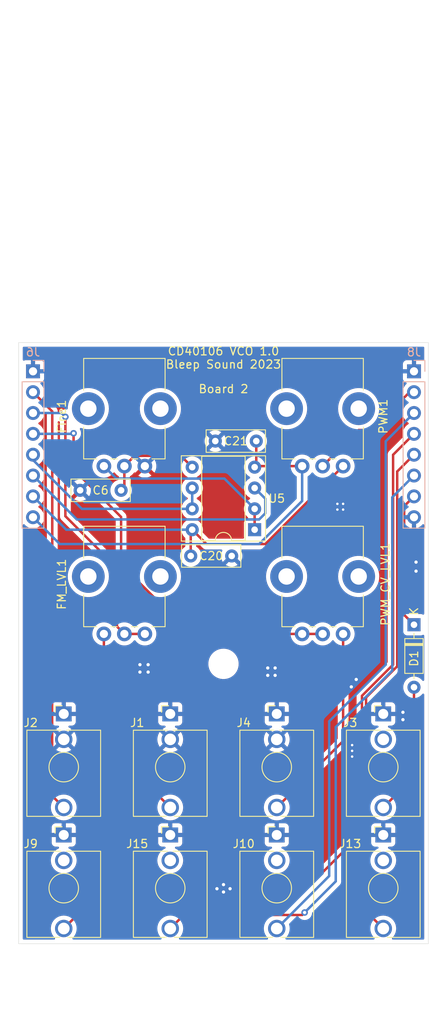
<source format=kicad_pcb>
(kicad_pcb (version 20221018) (generator pcbnew)
  (layers (0 "F.Cu" signal) (31 "B.Cu" signal) (34 "B.Paste" user) (35 "F.Paste" user) (36 "B.SilkS" user "B.Silkscreen") (37 "F.SilkS" user "F.Silkscreen") (38 "B.Mask" user) (39 "F.Mask" user) (44 "Edge.Cuts" user))
  (net 0 "")
  (net 1 "GND")
  (net 2 "+12V")
  (net 3 "-12V")
  (net 4 "/Sine out")
  (net 5 "Net-(D1-A)")
  (net 6 "Net-(U5B-+)")
  (net 7 "/Tri out")
  (net 8 "Net-(FM_LVL1-Pad1)")
  (net 9 "/Fm")
  (net 10 "/1V{slash}oct")
  (net 11 "/Fine")
  (net 12 "/PWM CV")
  (net 14 "/Saw out")
  (net 15 "/Square out")
  (net 16 "/PWM")
  (net 19 "Net-(J4-PadT)")
  (net 21 "/Fine_oct_in")
  (net 23 "Net-(U5A--)")
  (net 24 "/Sync")
  (footprint "Kicad-perso:Thonkiconn" (layer "F.Cu") (at 127.5 133.25)
    (fp_text reference "J15" (at -4.03 1.08 180) (layer "F.SilkS"))
    (fp_text value "Tri")
    (fp_line (start -4.5 1.98) (end -4.5 12.48) (stroke (width 0.12)) (layer "F.SilkS"))
    (fp_line (start -1.06 -1) (end -1.06 -0.2) (stroke (width 0.12)) (layer "F.SilkS"))
    (fp_line (start -1.06 -1) (end -0.2 -1) (stroke (width 0.12)) (layer "F.SilkS"))
    (fp_line (start -0.5 12.48) (end -4.5 12.48) (stroke (width 0.12)) (layer "F.SilkS"))
    (fp_line (start -0.35 1.98) (end -4.5 1.98) (stroke (width 0.12)) (layer "F.SilkS"))
    (fp_line (start 4.5 1.98) (end 0.35 1.98) (stroke (width 0.12)) (layer "F.SilkS"))
    (fp_line (start 4.5 1.98) (end 4.5 12.48) (stroke (width 0.12)) (layer "F.SilkS"))
    (fp_line (start 4.5 12.48) (end 0.5 12.48) (stroke (width 0.12)) (layer "F.SilkS"))
    (fp_circle (center 0 6.48) (end 1.8 6.48) (stroke (width 0.12)) (fill none) (layer "F.SilkS"))
    (pad "S" thru_hole rect locked (at 0 0 180) (size 1.93 1.83) (drill 1.22) (layers "*.Cu" "*.Mask") (net 1 "GND"))
    (pad "T" thru_hole circle locked (at 0 11.4 180) (size 2.13 2.13) (drill 1.43) (layers "*.Cu" "*.Mask") (net 7 "/Tri out"))
    (pad "TN" thru_hole circle locked (at 0 3.1 180) (size 2.13 2.13) (drill 1.42) (layers "*.Cu" "*.Mask"))
  )
  (footprint "Kicad-perso:Pot-bourns-alpha" (layer "F.Cu") (at 148.6 108.75 90)
    (fp_text reference "PWM_CV_LVL1" (at 6.05 5.15 90) (layer "F.SilkS"))
    (fp_text value "250k")
    (fp_line (start 0.88 -7.47) (end 0.88 -5.871) (stroke (width 0.12)) (layer "F.SilkS"))
    (fp_line (start 0.88 -7.47) (end 4.745 -7.47) (stroke (width 0.12)) (layer "F.SilkS"))
    (fp_line (start 0.88 -4.129) (end 0.88 -3.37) (stroke (width 0.12)) (layer "F.SilkS"))
    (fp_line (start 0.88 -1.629) (end 0.88 -0.87) (stroke (width 0.12)) (layer "F.SilkS"))
    (fp_line (start 0.88 0.87) (end 0.88 2.47) (stroke (width 0.12)) (layer "F.SilkS"))
    (fp_line (start 0.88 2.47) (end 4.745 2.47) (stroke (width 0.12)) (layer "F.SilkS"))
    (fp_line (start 9.255 -7.47) (end 13.12 -7.47) (stroke (width 0.12)) (layer "F.SilkS"))
    (fp_line (start 9.255 2.47) (end 13.12 2.47) (stroke (width 0.12)) (layer "F.SilkS"))
    (fp_line (start 13.12 -7.47) (end 13.12 2.47) (stroke (width 0.12)) (layer "F.SilkS"))
    (pad "" np_thru_hole circle locked (at 7 -6.9 90) (size 4 4) (drill 2) (layers "F&B.Cu" "*.Mask"))
    (pad "" np_thru_hole circle locked (at 7 1.9 90) (size 4 4) (drill 2) (layers "*.Cu" "*.Mask"))
    (pad "1" thru_hole circle locked (at 0 -5 90) (size 1.8 1.8) (drill 1) (layers "*.Cu" "*.Mask") (net 12 "/PWM CV"))
    (pad "2" thru_hole circle locked (at 0 -2.5 90) (size 1.8 1.8) (drill 1) (layers "*.Cu" "*.Mask") (net 12 "/PWM CV"))
    (pad "3" thru_hole circle locked (at 0 0 90) (size 1.8 1.8) (drill 1) (layers "*.Cu" "*.Mask") (net 19 "Net-(J4-PadT)"))
  )
  (footprint "MountingHole:MountingHole_3.2mm_M3" (layer "F.Cu") (at 134 112.4)
    (fp_text reference "H1" hide)
    (fp_text value "SpacerHoles")
    (pad "" np_thru_hole circle locked (at 0 0) (size 3.2 3.2) (drill 3.2) (layers "*.Cu" "*.Mask"))
  )
  (footprint "Capacitor_THT:C_Disc_D7.0mm_W2.5mm_P5.00mm" (layer "F.Cu") (at 116.5 91.25)
    (fp_text reference "C6" (at 2.5 0) (layer "F.SilkS"))
    (fp_text value "1nF")
    (fp_line (start -1.12 -1.37) (end -1.12 1.37) (stroke (width 0.12)) (layer "F.SilkS"))
    (fp_line (start -1.12 -1.37) (end 6.12 -1.37) (stroke (width 0.12)) (layer "F.SilkS"))
    (fp_line (start -1.12 1.37) (end 6.12 1.37) (stroke (width 0.12)) (layer "F.SilkS"))
    (fp_line (start 6.12 -1.37) (end 6.12 1.37) (stroke (width 0.12)) (layer "F.SilkS"))
    (pad "1" thru_hole circle (at 0 0) (size 1.6 1.6) (drill 0.8) (layers "*.Cu" "*.Mask") (net 1 "GND"))
    (pad "2" thru_hole circle (at 5 0) (size 1.6 1.6) (drill 0.8) (layers "*.Cu" "*.Mask") (net 6 "Net-(U5B-+)"))
  )
  (footprint "Kicad-perso:Pot-bourns-alpha" (layer "F.Cu") (at 148.6 88.3 90)
    (fp_text reference "PWM1" (at 6.05 4.9 90) (layer "F.SilkS"))
    (fp_text value "100k")
    (fp_line (start 0.88 -7.47) (end 0.88 -5.871) (stroke (width 0.12)) (layer "F.SilkS"))
    (fp_line (start 0.88 -7.47) (end 4.745 -7.47) (stroke (width 0.12)) (layer "F.SilkS"))
    (fp_line (start 0.88 -4.129) (end 0.88 -3.37) (stroke (width 0.12)) (layer "F.SilkS"))
    (fp_line (start 0.88 -1.629) (end 0.88 -0.87) (stroke (width 0.12)) (layer "F.SilkS"))
    (fp_line (start 0.88 0.87) (end 0.88 2.47) (stroke (width 0.12)) (layer "F.SilkS"))
    (fp_line (start 0.88 2.47) (end 4.745 2.47) (stroke (width 0.12)) (layer "F.SilkS"))
    (fp_line (start 9.255 -7.47) (end 13.12 -7.47) (stroke (width 0.12)) (layer "F.SilkS"))
    (fp_line (start 9.255 2.47) (end 13.12 2.47) (stroke (width 0.12)) (layer "F.SilkS"))
    (fp_line (start 13.12 -7.47) (end 13.12 2.47) (stroke (width 0.12)) (layer "F.SilkS"))
    (pad "" np_thru_hole circle locked (at 7 -6.9 90) (size 4 4) (drill 2) (layers "F&B.Cu" "*.Mask"))
    (pad "" np_thru_hole circle locked (at 7 1.9 90) (size 4 4) (drill 2) (layers "*.Cu" "*.Mask"))
    (pad "1" thru_hole circle locked (at 0 -5 90) (size 1.8 1.8) (drill 1) (layers "*.Cu" "*.Mask") (net 3 "-12V"))
    (pad "2" thru_hole circle locked (at 0 -2.5 90) (size 1.8 1.8) (drill 1) (layers "*.Cu" "*.Mask") (net 16 "/PWM"))
    (pad "3" thru_hole circle locked (at 0 0 90) (size 1.8 1.8) (drill 1) (layers "*.Cu" "*.Mask") (net 2 "+12V"))
  )
  (footprint "Kicad-perso:Thonkiconn" (layer "F.Cu") (at 153.5 133.25)
    (fp_text reference "J13" (at -4.03 1.08 180) (layer "F.SilkS"))
    (fp_text value "Sine")
    (fp_line (start -4.5 1.98) (end -4.5 12.48) (stroke (width 0.12)) (layer "F.SilkS"))
    (fp_line (start -1.06 -1) (end -1.06 -0.2) (stroke (width 0.12)) (layer "F.SilkS"))
    (fp_line (start -1.06 -1) (end -0.2 -1) (stroke (width 0.12)) (layer "F.SilkS"))
    (fp_line (start -0.5 12.48) (end -4.5 12.48) (stroke (width 0.12)) (layer "F.SilkS"))
    (fp_line (start -0.35 1.98) (end -4.5 1.98) (stroke (width 0.12)) (layer "F.SilkS"))
    (fp_line (start 4.5 1.98) (end 0.35 1.98) (stroke (width 0.12)) (layer "F.SilkS"))
    (fp_line (start 4.5 1.98) (end 4.5 12.48) (stroke (width 0.12)) (layer "F.SilkS"))
    (fp_line (start 4.5 12.48) (end 0.5 12.48) (stroke (width 0.12)) (layer "F.SilkS"))
    (fp_circle (center 0 6.48) (end 1.8 6.48) (stroke (width 0.12)) (fill none) (layer "F.SilkS"))
    (pad "S" thru_hole rect locked (at 0 0 180) (size 1.93 1.83) (drill 1.22) (layers "*.Cu" "*.Mask") (net 1 "GND"))
    (pad "T" thru_hole circle locked (at 0 11.4 180) (size 2.13 2.13) (drill 1.43) (layers "*.Cu" "*.Mask") (net 4 "/Sine out"))
    (pad "TN" thru_hole circle locked (at 0 3.1 180) (size 2.13 2.13) (drill 1.42) (layers "*.Cu" "*.Mask"))
  )
  (footprint "Capacitor_THT:C_Disc_D7.0mm_W2.5mm_P5.00mm" (layer "F.Cu") (at 130 99.25)
    (fp_text reference "C20" (at 2.5 0) (layer "F.SilkS"))
    (fp_text value "100nF")
    (fp_line (start -1.12 -1.37) (end -1.12 1.37) (stroke (width 0.12)) (layer "F.SilkS"))
    (fp_line (start -1.12 -1.37) (end 6.12 -1.37) (stroke (width 0.12)) (layer "F.SilkS"))
    (fp_line (start -1.12 1.37) (end 6.12 1.37) (stroke (width 0.12)) (layer "F.SilkS"))
    (fp_line (start 6.12 -1.37) (end 6.12 1.37) (stroke (width 0.12)) (layer "F.SilkS"))
    (pad "1" thru_hole circle (at 0 0) (size 1.6 1.6) (drill 0.8) (layers "*.Cu" "*.Mask") (net 2 "+12V"))
    (pad "2" thru_hole circle (at 5 0) (size 1.6 1.6) (drill 0.8) (layers "*.Cu" "*.Mask") (net 1 "GND"))
  )
  (footprint "Capacitor_THT:C_Disc_D7.0mm_W2.5mm_P5.00mm" (layer "F.Cu") (at 133 85.25)
    (fp_text reference "C21" (at 2.5 0) (layer "F.SilkS"))
    (fp_text value "100nF")
    (fp_line (start -1.12 -1.37) (end -1.12 1.37) (stroke (width 0.12)) (layer "F.SilkS"))
    (fp_line (start -1.12 -1.37) (end 6.12 -1.37) (stroke (width 0.12)) (layer "F.SilkS"))
    (fp_line (start -1.12 1.37) (end 6.12 1.37) (stroke (width 0.12)) (layer "F.SilkS"))
    (fp_line (start 6.12 -1.37) (end 6.12 1.37) (stroke (width 0.12)) (layer "F.SilkS"))
    (pad "1" thru_hole circle (at 0 0) (size 1.6 1.6) (drill 0.8) (layers "*.Cu" "*.Mask") (net 1 "GND"))
    (pad "2" thru_hole circle (at 5 0) (size 1.6 1.6) (drill 0.8) (layers "*.Cu" "*.Mask") (net 3 "-12V"))
  )
  (footprint "Kicad-perso:Pot-bourns-alpha" (layer "F.Cu") (at 124.4 88.3 90)
    (fp_text reference "Fine1" (at 6.05 -10.15 90) (layer "F.SilkS"))
    (fp_text value "10k")
    (fp_line (start 0.88 -7.47) (end 0.88 -5.871) (stroke (width 0.12)) (layer "F.SilkS"))
    (fp_line (start 0.88 -7.47) (end 4.745 -7.47) (stroke (width 0.12)) (layer "F.SilkS"))
    (fp_line (start 0.88 -4.129) (end 0.88 -3.37) (stroke (width 0.12)) (layer "F.SilkS"))
    (fp_line (start 0.88 -1.629) (end 0.88 -0.87) (stroke (width 0.12)) (layer "F.SilkS"))
    (fp_line (start 0.88 0.87) (end 0.88 2.47) (stroke (width 0.12)) (layer "F.SilkS"))
    (fp_line (start 0.88 2.47) (end 4.745 2.47) (stroke (width 0.12)) (layer "F.SilkS"))
    (fp_line (start 9.255 -7.47) (end 13.12 -7.47) (stroke (width 0.12)) (layer "F.SilkS"))
    (fp_line (start 9.255 2.47) (end 13.12 2.47) (stroke (width 0.12)) (layer "F.SilkS"))
    (fp_line (start 13.12 -7.47) (end 13.12 2.47) (stroke (width 0.12)) (layer "F.SilkS"))
    (pad "" np_thru_hole circle locked (at 7 -6.9 90) (size 4 4) (drill 2) (layers "F&B.Cu" "*.Mask"))
    (pad "" np_thru_hole circle locked (at 7 1.9 90) (size 4 4) (drill 2) (layers "*.Cu" "*.Mask"))
    (pad "1" thru_hole circle locked (at 0 -5 90) (size 1.8 1.8) (drill 1) (layers "*.Cu" "*.Mask") (net 23 "Net-(U5A--)"))
    (pad "2" thru_hole circle locked (at 0 -2.5 90) (size 1.8 1.8) (drill 1) (layers "*.Cu" "*.Mask") (net 6 "Net-(U5B-+)"))
    (pad "3" thru_hole circle locked (at 0 0 90) (size 1.8 1.8) (drill 1) (layers "*.Cu" "*.Mask") (net 1 "GND"))
  )
  (footprint "Package_DIP:DIP-8_W7.62mm_Socket" (layer "F.Cu") (at 137.8 96.05 180)
    (fp_text reference "U5" (at -2.7 3.8) (layer "F.SilkS"))
    (fp_text value "TL072")
    (fp_line (start -1.33 -1.39) (end -1.33 9.01) (stroke (width 0.12)) (layer "F.SilkS"))
    (fp_line (start -1.33 9.01) (end 8.95 9.01) (stroke (width 0.12)) (layer "F.SilkS"))
    (fp_line (start 1.16 -1.33) (end 1.16 8.95) (stroke (width 0.12)) (layer "F.SilkS"))
    (fp_line (start 1.16 8.95) (end 6.46 8.95) (stroke (width 0.12)) (layer "F.SilkS"))
    (fp_line (start 2.81 -1.33) (end 1.16 -1.33) (stroke (width 0.12)) (layer "F.SilkS"))
    (fp_line (start 6.46 -1.33) (end 4.81 -1.33) (stroke (width 0.12)) (layer "F.SilkS"))
    (fp_line (start 6.46 8.95) (end 6.46 -1.33) (stroke (width 0.12)) (layer "F.SilkS"))
    (fp_line (start 8.95 -1.39) (end -1.33 -1.39) (stroke (width 0.12)) (layer "F.SilkS"))
    (fp_line (start 8.95 9.01) (end 8.95 -1.39) (stroke (width 0.12)) (layer "F.SilkS"))
    (fp_arc (start 4.81 -1.33) (mid 3.81 -0.33) (end 2.81 -1.33) (stroke (width 0.12)) (layer "F.SilkS"))
    (pad "1" thru_hole rect (at 0 0 180) (size 1.6 1.6) (drill 0.8) (layers "*.Cu" "*.Mask") (net 23 "Net-(U5A--)"))
    (pad "2" thru_hole oval (at 0 2.54 180) (size 1.6 1.6) (drill 0.8) (layers "*.Cu" "*.Mask") (net 23 "Net-(U5A--)"))
    (pad "3" thru_hole oval (at 0 5.08 180) (size 1.6 1.6) (drill 0.8) (layers "*.Cu" "*.Mask") (net 21 "/Fine_oct_in"))
    (pad "4" thru_hole oval (at 0 7.62 180) (size 1.6 1.6) (drill 0.8) (layers "*.Cu" "*.Mask") (net 3 "-12V"))
    (pad "5" thru_hole oval (at 7.62 7.62 180) (size 1.6 1.6) (drill 0.8) (layers "*.Cu" "*.Mask") (net 6 "Net-(U5B-+)"))
    (pad "6" thru_hole oval (at 7.62 5.08 180) (size 1.6 1.6) (drill 0.8) (layers "*.Cu" "*.Mask") (net 11 "/Fine"))
    (pad "7" thru_hole oval (at 7.62 2.54 180) (size 1.6 1.6) (drill 0.8) (layers "*.Cu" "*.Mask") (net 11 "/Fine"))
    (pad "8" thru_hole oval (at 7.62 0 180) (size 1.6 1.6) (drill 0.8) (layers "*.Cu" "*.Mask") (net 2 "+12V"))
  )
  (footprint "Kicad-perso:Pot-bourns-alpha" (layer "F.Cu") (at 124.4 108.75 90)
    (fp_text reference "FM_LVL1" (at 6.05 -10.15 90) (layer "F.SilkS"))
    (fp_text value "1M")
    (fp_line (start 0.88 -7.47) (end 0.88 -5.871) (stroke (width 0.12)) (layer "F.SilkS"))
    (fp_line (start 0.88 -7.47) (end 4.745 -7.47) (stroke (width 0.12)) (layer "F.SilkS"))
    (fp_line (start 0.88 -4.129) (end 0.88 -3.37) (stroke (width 0.12)) (layer "F.SilkS"))
    (fp_line (start 0.88 -1.629) (end 0.88 -0.87) (stroke (width 0.12)) (layer "F.SilkS"))
    (fp_line (start 0.88 0.87) (end 0.88 2.47) (stroke (width 0.12)) (layer "F.SilkS"))
    (fp_line (start 0.88 2.47) (end 4.745 2.47) (stroke (width 0.12)) (layer "F.SilkS"))
    (fp_line (start 9.255 -7.47) (end 13.12 -7.47) (stroke (width 0.12)) (layer "F.SilkS"))
    (fp_line (start 9.255 2.47) (end 13.12 2.47) (stroke (width 0.12)) (layer "F.SilkS"))
    (fp_line (start 13.12 -7.47) (end 13.12 2.47) (stroke (width 0.12)) (layer "F.SilkS"))
    (pad "" np_thru_hole circle locked (at 7 -6.9 90) (size 4 4) (drill 2) (layers "F&B.Cu" "*.Mask"))
    (pad "" np_thru_hole circle locked (at 7 1.9 90) (size 4 4) (drill 2) (layers "*.Cu" "*.Mask"))
    (pad "1" thru_hole circle locked (at 0 -5 90) (size 1.8 1.8) (drill 1) (layers "*.Cu" "*.Mask") (net 8 "Net-(FM_LVL1-Pad1)"))
    (pad "2" thru_hole circle locked (at 0 -2.5 90) (size 1.8 1.8) (drill 1) (layers "*.Cu" "*.Mask") (net 9 "/Fm"))
    (pad "3" thru_hole circle locked (at 0 0 90) (size 1.8 1.8) (drill 1) (layers "*.Cu" "*.Mask") (net 9 "/Fm"))
  )
  (footprint "Kicad-perso:Thonkiconn" (layer "F.Cu") (at 140.5 118.5)
    (fp_text reference "J4" (at -4.03 1.08 180) (layer "F.SilkS"))
    (fp_text value "PWM_CV")
    (fp_line (start -4.5 1.98) (end -4.5 12.48) (stroke (width 0.12)) (layer "F.SilkS"))
    (fp_line (start -1.06 -1) (end -1.06 -0.2) (stroke (width 0.12)) (layer "F.SilkS"))
    (fp_line (start -1.06 -1) (end -0.2 -1) (stroke (width 0.12)) (layer "F.SilkS"))
    (fp_line (start -0.5 12.48) (end -4.5 12.48) (stroke (width 0.12)) (layer "F.SilkS"))
    (fp_line (start -0.35 1.98) (end -4.5 1.98) (stroke (width 0.12)) (layer "F.SilkS"))
    (fp_line (start 4.5 1.98) (end 0.35 1.98) (stroke (width 0.12)) (layer "F.SilkS"))
    (fp_line (start 4.5 1.98) (end 4.5 12.48) (stroke (width 0.12)) (layer "F.SilkS"))
    (fp_line (start 4.5 12.48) (end 0.5 12.48) (stroke (width 0.12)) (layer "F.SilkS"))
    (fp_circle (center 0 6.48) (end 1.8 6.48) (stroke (width 0.12)) (fill none) (layer "F.SilkS"))
    (pad "S" thru_hole rect locked (at 0 0 180) (size 1.93 1.83) (drill 1.22) (layers "*.Cu" "*.Mask") (net 1 "GND"))
    (pad "T" thru_hole circle locked (at 0 11.4 180) (size 2.13 2.13) (drill 1.43) (layers "*.Cu" "*.Mask") (net 19 "Net-(J4-PadT)"))
    (pad "TN" thru_hole circle locked (at 0 3.1 180) (size 2.13 2.13) (drill 1.42) (layers "*.Cu" "*.Mask") (net 1 "GND"))
  )
  (footprint "Kicad-perso:Thonkiconn" (layer "F.Cu") (at 127.5 118.5)
    (fp_text reference "J1" (at -4.03 1.08 180) (layer "F.SilkS"))
    (fp_text value "FM")
    (fp_line (start -4.5 1.98) (end -4.5 12.48) (stroke (width 0.12)) (layer "F.SilkS"))
    (fp_line (start -1.06 -1) (end -1.06 -0.2) (stroke (width 0.12)) (layer "F.SilkS"))
    (fp_line (start -1.06 -1) (end -0.2 -1) (stroke (width 0.12)) (layer "F.SilkS"))
    (fp_line (start -0.5 12.48) (end -4.5 12.48) (stroke (width 0.12)) (layer "F.SilkS"))
    (fp_line (start -0.35 1.98) (end -4.5 1.98) (stroke (width 0.12)) (layer "F.SilkS"))
    (fp_line (start 4.5 1.98) (end 0.35 1.98) (stroke (width 0.12)) (layer "F.SilkS"))
    (fp_line (start 4.5 1.98) (end 4.5 12.48) (stroke (width 0.12)) (layer "F.SilkS"))
    (fp_line (start 4.5 12.48) (end 0.5 12.48) (stroke (width 0.12)) (layer "F.SilkS"))
    (fp_circle (center 0 6.48) (end 1.8 6.48) (stroke (width 0.12)) (fill none) (layer "F.SilkS"))
    (pad "S" thru_hole rect locked (at 0 0 180) (size 1.93 1.83) (drill 1.22) (layers "*.Cu" "*.Mask") (net 1 "GND"))
    (pad "T" thru_hole circle locked (at 0 11.4 180) (size 2.13 2.13) (drill 1.43) (layers "*.Cu" "*.Mask") (net 8 "Net-(FM_LVL1-Pad1)"))
    (pad "TN" thru_hole circle locked (at 0 3.1 180) (size 2.13 2.13) (drill 1.42) (layers "*.Cu" "*.Mask") (net 1 "GND"))
  )
  (footprint "Kicad-perso:Thonkiconn" (layer "F.Cu") (at 140.5 133.25)
    (fp_text reference "J10" (at -4.03 1.08 180) (layer "F.SilkS"))
    (fp_text value "Square")
    (fp_line (start -4.5 1.98) (end -4.5 12.48) (stroke (width 0.12)) (layer "F.SilkS"))
    (fp_line (start -1.06 -1) (end -1.06 -0.2) (stroke (width 0.12)) (layer "F.SilkS"))
    (fp_line (start -1.06 -1) (end -0.2 -1) (stroke (width 0.12)) (layer "F.SilkS"))
    (fp_line (start -0.5 12.48) (end -4.5 12.48) (stroke (width 0.12)) (layer "F.SilkS"))
    (fp_line (start -0.35 1.98) (end -4.5 1.98) (stroke (width 0.12)) (layer "F.SilkS"))
    (fp_line (start 4.5 1.98) (end 0.35 1.98) (stroke (width 0.12)) (layer "F.SilkS"))
    (fp_line (start 4.5 1.98) (end 4.5 12.48) (stroke (width 0.12)) (layer "F.SilkS"))
    (fp_line (start 4.5 12.48) (end 0.5 12.48) (stroke (width 0.12)) (layer "F.SilkS"))
    (fp_circle (center 0 6.48) (end 1.8 6.48) (stroke (width 0.12)) (fill none) (layer "F.SilkS"))
    (pad "S" thru_hole rect locked (at 0 0 180) (size 1.93 1.83) (drill 1.22) (layers "*.Cu" "*.Mask") (net 1 "GND"))
    (pad "T" thru_hole circle locked (at 0 11.4 180) (size 2.13 2.13) (drill 1.43) (layers "*.Cu" "*.Mask") (net 15 "/Square out"))
    (pad "TN" thru_hole circle locked (at 0 3.1 180) (size 2.13 2.13) (drill 1.42) (layers "*.Cu" "*.Mask"))
  )
  (footprint "Kicad-perso:Thonkiconn" (layer "F.Cu") (at 114.5 133.25)
    (fp_text reference "J9" (at -4.03 1.08 180) (layer "F.SilkS"))
    (fp_text value "Saw")
    (fp_line (start -4.5 1.98) (end -4.5 12.48) (stroke (width 0.12)) (layer "F.SilkS"))
    (fp_line (start -1.06 -1) (end -1.06 -0.2) (stroke (width 0.12)) (layer "F.SilkS"))
    (fp_line (start -1.06 -1) (end -0.2 -1) (stroke (width 0.12)) (layer "F.SilkS"))
    (fp_line (start -0.5 12.48) (end -4.5 12.48) (stroke (width 0.12)) (layer "F.SilkS"))
    (fp_line (start -0.35 1.98) (end -4.5 1.98) (stroke (width 0.12)) (layer "F.SilkS"))
    (fp_line (start 4.5 1.98) (end 0.35 1.98) (stroke (width 0.12)) (layer "F.SilkS"))
    (fp_line (start 4.5 1.98) (end 4.5 12.48) (stroke (width 0.12)) (layer "F.SilkS"))
    (fp_line (start 4.5 12.48) (end 0.5 12.48) (stroke (width 0.12)) (layer "F.SilkS"))
    (fp_circle (center 0 6.48) (end 1.8 6.48) (stroke (width 0.12)) (fill none) (layer "F.SilkS"))
    (pad "S" thru_hole rect locked (at 0 0 180) (size 1.93 1.83) (drill 1.22) (layers "*.Cu" "*.Mask") (net 1 "GND"))
    (pad "T" thru_hole circle locked (at 0 11.4 180) (size 2.13 2.13) (drill 1.43) (layers "*.Cu" "*.Mask") (net 14 "/Saw out"))
    (pad "TN" thru_hole circle locked (at 0 3.1 180) (size 2.13 2.13) (drill 1.42) (layers "*.Cu" "*.Mask"))
  )
  (footprint "Kicad-perso:Thonkiconn" (layer "F.Cu") (at 153.5 118.5)
    (fp_text reference "J3" (at -4.03 1.08 180) (layer "F.SilkS"))
    (fp_text value "Sync")
    (fp_line (start -4.5 1.98) (end -4.5 12.48) (stroke (width 0.12)) (layer "F.SilkS"))
    (fp_line (start -1.06 -1) (end -1.06 -0.2) (stroke (width 0.12)) (layer "F.SilkS"))
    (fp_line (start -1.06 -1) (end -0.2 -1) (stroke (width 0.12)) (layer "F.SilkS"))
    (fp_line (start -0.5 12.48) (end -4.5 12.48) (stroke (width 0.12)) (layer "F.SilkS"))
    (fp_line (start -0.35 1.98) (end -4.5 1.98) (stroke (width 0.12)) (layer "F.SilkS"))
    (fp_line (start 4.5 1.98) (end 0.35 1.98) (stroke (width 0.12)) (layer "F.SilkS"))
    (fp_line (start 4.5 1.98) (end 4.5 12.48) (stroke (width 0.12)) (layer "F.SilkS"))
    (fp_line (start 4.5 12.48) (end 0.5 12.48) (stroke (width 0.12)) (layer "F.SilkS"))
    (fp_circle (center 0 6.48) (end 1.8 6.48) (stroke (width 0.12)) (fill none) (layer "F.SilkS"))
    (pad "S" thru_hole rect locked (at 0 0 180) (size 1.93 1.83) (drill 1.22) (layers "*.Cu" "*.Mask") (net 1 "GND"))
    (pad "T" thru_hole circle locked (at 0 11.4 180) (size 2.13 2.13) (drill 1.43) (layers "*.Cu" "*.Mask") (net 5 "Net-(D1-A)"))
    (pad "TN" thru_hole circle locked (at 0 3.1 180) (size 2.13 2.13) (drill 1.42) (layers "*.Cu" "*.Mask"))
  )
  (footprint "Kicad-perso:Thonkiconn" (layer "F.Cu") (at 114.5 118.5)
    (fp_text reference "J2" (at -4.03 1.08 180) (layer "F.SilkS"))
    (fp_text value "CV")
    (fp_line (start -4.5 1.98) (end -4.5 12.48) (stroke (width 0.12)) (layer "F.SilkS"))
    (fp_line (start -1.06 -1) (end -1.06 -0.2) (stroke (width 0.12)) (layer "F.SilkS"))
    (fp_line (start -1.06 -1) (end -0.2 -1) (stroke (width 0.12)) (layer "F.SilkS"))
    (fp_line (start -0.5 12.48) (end -4.5 12.48) (stroke (width 0.12)) (layer "F.SilkS"))
    (fp_line (start -0.35 1.98) (end -4.5 1.98) (stroke (width 0.12)) (layer "F.SilkS"))
    (fp_line (start 4.5 1.98) (end 0.35 1.98) (stroke (width 0.12)) (layer "F.SilkS"))
    (fp_line (start 4.5 1.98) (end 4.5 12.48) (stroke (width 0.12)) (layer "F.SilkS"))
    (fp_line (start 4.5 12.48) (end 0.5 12.48) (stroke (width 0.12)) (layer "F.SilkS"))
    (fp_circle (center 0 6.48) (end 1.8 6.48) (stroke (width 0.12)) (fill none) (layer "F.SilkS"))
    (pad "S" thru_hole rect locked (at 0 0 180) (size 1.93 1.83) (drill 1.22) (layers "*.Cu" "*.Mask") (net 1 "GND"))
    (pad "T" thru_hole circle locked (at 0 11.4 180) (size 2.13 2.13) (drill 1.43) (layers "*.Cu" "*.Mask") (net 10 "/1V{slash}oct"))
    (pad "TN" thru_hole circle locked (at 0 3.1 180) (size 2.13 2.13) (drill 1.42) (layers "*.Cu" "*.Mask") (net 1 "GND"))
  )
  (footprint "Diode_THT:D_DO-35_SOD27_P7.62mm_Horizontal" (layer "F.Cu") (at 157.25 107.63 -90)
    (fp_text reference "D1" (at 4.12 0 90) (layer "F.SilkS"))
    (fp_text value "1N4148")
    (fp_text user "K" (at -1.63 0 90) (layer "F.SilkS"))
    (fp_line (start 1.04 0) (end 1.69 0) (stroke (width 0.12)) (layer "F.SilkS"))
    (fp_line (start 1.69 -1.12) (end 1.69 1.12) (stroke (width 0.12)) (layer "F.SilkS"))
    (fp_line (start 1.69 1.12) (end 5.93 1.12) (stroke (width 0.12)) (layer "F.SilkS"))
    (fp_line (start 2.29 -1.12) (end 2.29 1.12) (stroke (width 0.12)) (layer "F.SilkS"))
    (fp_line (start 2.41 -1.12) (end 2.41 1.12) (stroke (width 0.12)) (layer "F.SilkS"))
    (fp_line (start 2.53 -1.12) (end 2.53 1.12) (stroke (width 0.12)) (layer "F.SilkS"))
    (fp_line (start 5.93 -1.12) (end 1.69 -1.12) (stroke (width 0.12)) (layer "F.SilkS"))
    (fp_line (start 5.93 1.12) (end 5.93 -1.12) (stroke (width 0.12)) (layer "F.SilkS"))
    (fp_line (start 6.58 0) (end 5.93 0) (stroke (width 0.12)) (layer "F.SilkS"))
    (pad "1" thru_hole rect (at 0 0 270) (size 1.6 1.6) (drill 0.8) (layers "*.Cu" "*.Mask") (net 24 "/Sync"))
    (pad "2" thru_hole oval (at 7.62 0 270) (size 1.6 1.6) (drill 0.8) (layers "*.Cu" "*.Mask") (net 5 "Net-(D1-A)"))
  )
  (footprint "Connector_PinHeader_2.54mm:PinHeader_1x08_P2.54mm_Vertical" (layer "B.Cu") (at 157.25 76.75 180)
    (fp_text reference "J8" (at 0 2.33) (layer "B.SilkS") (effects (justify mirror)))
    (fp_text value "Conn_Jack")
    (fp_line (start -1.33 -19.11) (end 1.33 -19.11) (stroke (width 0.12)) (layer "B.SilkS"))
    (fp_line (start -1.33 -1.27) (end -1.33 -19.11) (stroke (width 0.12)) (layer "B.SilkS"))
    (fp_line (start -1.33 -1.27) (end 1.33 -1.27) (stroke (width 0.12)) (layer "B.SilkS"))
    (fp_line (start -1.33 0) (end -1.33 1.33) (stroke (width 0.12)) (layer "B.SilkS"))
    (fp_line (start -1.33 1.33) (end 0 1.33) (stroke (width 0.12)) (layer "B.SilkS"))
    (fp_line (start 1.33 -1.27) (end 1.33 -19.11) (stroke (width 0.12)) (layer "B.SilkS"))
    (pad "1" thru_hole rect locked (at 0 0 180) (size 1.7 1.7) (drill 1) (layers "*.Cu" "*.Mask") (net 1 "GND"))
    (pad "2" thru_hole oval locked (at 0 -2.54 180) (size 1.7 1.7) (drill 1) (layers "*.Cu" "*.Mask") (net 16 "/PWM"))
    (pad "3" thru_hole oval locked (at 0 -5.08 180) (size 1.7 1.7) (drill 1) (layers "*.Cu" "*.Mask") (net 15 "/Square out"))
    (pad "4" thru_hole oval locked (at 0 -7.62 180) (size 1.7 1.7) (drill 1) (layers "*.Cu" "*.Mask") (net 14 "/Saw out"))
    (pad "5" thru_hole oval locked (at 0 -10.16 180) (size 1.7 1.7) (drill 1) (layers "*.Cu" "*.Mask") (net 4 "/Sine out"))
    (pad "6" thru_hole oval locked (at 0 -12.7 180) (size 1.7 1.7) (drill 1) (layers "*.Cu" "*.Mask") (net 7 "/Tri out"))
    (pad "7" thru_hole oval locked (at 0 -15.24 180) (size 1.7 1.7) (drill 1) (layers "*.Cu" "*.Mask") (net 24 "/Sync"))
    (pad "8" thru_hole oval locked (at 0 -17.78 180) (size 1.7 1.7) (drill 1) (layers "*.Cu" "*.Mask") (net 1 "GND"))
  )
  (footprint "Connector_PinHeader_2.54mm:PinHeader_1x08_P2.54mm_Vertical" (layer "B.Cu") (at 110.75 76.75 180)
    (fp_text reference "J6" (at 0 2.33) (layer "B.SilkS") (effects (justify mirror)))
    (fp_text value "Conn_Jack")
    (fp_line (start -1.33 -19.11) (end 1.33 -19.11) (stroke (width 0.12)) (layer "B.SilkS"))
    (fp_line (start -1.33 -1.27) (end -1.33 -19.11) (stroke (width 0.12)) (layer "B.SilkS"))
    (fp_line (start -1.33 -1.27) (end 1.33 -1.27) (stroke (width 0.12)) (layer "B.SilkS"))
    (fp_line (start -1.33 0) (end -1.33 1.33) (stroke (width 0.12)) (layer "B.SilkS"))
    (fp_line (start -1.33 1.33) (end 0 1.33) (stroke (width 0.12)) (layer "B.SilkS"))
    (fp_line (start 1.33 -1.27) (end 1.33 -19.11) (stroke (width 0.12)) (layer "B.SilkS"))
    (pad "1" thru_hole rect locked (at 0 0 180) (size 1.7 1.7) (drill 1) (layers "*.Cu" "*.Mask") (net 1 "GND"))
    (pad "2" thru_hole oval locked (at 0 -2.54 180) (size 1.7 1.7) (drill 1) (layers "*.Cu" "*.Mask") (net 10 "/1V{slash}oct"))
    (pad "3" thru_hole oval locked (at 0 -5.08 180) (size 1.7 1.7) (drill 1) (layers "*.Cu" "*.Mask") (net 9 "/Fm"))
    (pad "4" thru_hole oval locked (at 0 -7.62 180) (size 1.7 1.7) (drill 1) (layers "*.Cu" "*.Mask") (net 12 "/PWM CV"))
    (pad "5" thru_hole oval locked (at 0 -10.16 180) (size 1.7 1.7) (drill 1) (layers "*.Cu" "*.Mask") (net 11 "/Fine"))
    (pad "6" thru_hole oval locked (at 0 -12.7 180) (size 1.7 1.7) (drill 1) (layers "*.Cu" "*.Mask") (net 21 "/Fine_oct_in"))
    (pad "7" thru_hole oval locked (at 0 -15.24 180) (size 1.7 1.7) (drill 1) (layers "*.Cu" "*.Mask") (net 2 "+12V"))
    (pad "8" thru_hole oval locked (at 0 -17.78 180) (size 1.7 1.7) (drill 1) (layers "*.Cu" "*.Mask") (net 3 "-12V"))
  )
  (gr_line (start 159 73.25) (end 159.000001 146.5) (stroke (width 0.05)) (layer "Edge.Cuts"))
  (gr_line (start 109 73.25) (end 159 73.25) (stroke (width 0.05)) (layer "Edge.Cuts"))
  (gr_line (start 109 73.25) (end 109.000001 146.5) (stroke (width 0.05)) (layer "Edge.Cuts"))
  (gr_line (start 109.000001 146.5) (end 159.000001 146.5) (stroke (width 0.05)) (layer "Edge.Cuts"))
  (gr_text "CD40106 VCO 1.0\nBleep Sound 2023" (at 134 75.1) (layer "F.SilkS") (effects (font (size 1 1))))
  (gr_text "Board 2" (at 134 78.9) (layer "F.SilkS") (effects (font (size 1 1))))
  (via (at 139.4 113.8) (size 0.8) (drill 0.4) (layers "F.Cu" "B.Cu") (net 1))
  (via (at 148.6 93.6) (size 0.6) (drill 0.3) (layers "F.Cu" "B.Cu") (net 1))
  (via (at 124.8 113.4) (size 0.8) (drill 0.4) (layers "F.Cu" "B.Cu") (net 1))
  (via (at 134.8 139.8) (size 0.8) (drill 0.4) (layers "F.Cu" "B.Cu") (net 1))
  (via (at 123.8 113.4) (size 0.8) (drill 0.4) (layers "F.Cu" "B.Cu") (net 1))
  (via (at 124.8 112.5) (size 0.8) (drill 0.4) (layers "F.Cu" "B.Cu") (net 1))
  (via (at 123.8 112.5) (size 0.8) (drill 0.4) (layers "F.Cu" "B.Cu") (net 1))
  (via (at 155.9 119.2) (size 0.8) (drill 0.4) (layers "F.Cu" "B.Cu") (net 1))
  (via (at 149.7 123) (size 0.6) (drill 0.3) (layers "F.Cu" "B.Cu") (net 1))
  (via (at 134 140.2) (size 0.8) (drill 0.4) (layers "F.Cu" "B.Cu") (net 1))
  (via (at 150.2 114.3) (size 0.8) (drill 0.4) (layers "F.Cu" "B.Cu") (net 1))
  (via (at 157.5 101.1) (size 0.8) (drill 0.4) (layers "F.Cu" "B.Cu") (net 1))
  (via (at 155.9 118.3) (size 0.8) (drill 0.4) (layers "F.Cu" "B.Cu") (net 1))
  (via (at 157.5 100) (size 0.8) (drill 0.4) (layers "F.Cu" "B.Cu") (net 1))
  (via (at 140.3 113.8) (size 0.8) (drill 0.4) (layers "F.Cu" "B.Cu") (net 1))
  (via (at 147.9 93.6) (size 0.6) (drill 0.3) (layers "F.Cu" "B.Cu") (net 1))
  (via (at 149.7 123.7) (size 0.6) (drill 0.3) (layers "F.Cu" "B.Cu") (net 1))
  (via (at 140.3 112.9) (size 0.8) (drill 0.4) (layers "F.Cu" "B.Cu") (net 1))
  (via (at 149.6 115.2) (size 0.8) (drill 0.4) (layers "F.Cu" "B.Cu") (net 1))
  (via (at 134 139.3) (size 0.8) (drill 0.4) (layers "F.Cu" "B.Cu") (net 1))
  (via (at 149.7 122.3) (size 0.6) (drill 0.3) (layers "F.Cu" "B.Cu") (net 1))
  (via (at 139.4 112.9) (size 0.8) (drill 0.4) (layers "F.Cu" "B.Cu") (net 1))
  (via (at 147.9 92.9) (size 0.6) (drill 0.3) (layers "F.Cu" "B.Cu") (net 1))
  (via (at 148.6 92.9) (size 0.6) (drill 0.3) (layers "F.Cu" "B.Cu") (net 1))
  (via (at 133.2 139.8) (size 0.8) (drill 0.4) (layers "F.Cu" "B.Cu") (net 1))
  (segment (start 131.93 97.8) (end 139.1 97.8) (width 0.3) (layer "F.Cu") (net 2))
  (segment (start 130 96.23) (end 130.18 96.05) (width 0.3) (layer "F.Cu") (net 2))
  (segment (start 130.18 96.05) (end 131.93 97.8) (width 0.3) (layer "F.Cu") (net 2))
  (segment (start 139.1 97.8) (end 148.6 88.3) (width 0.3) (layer "F.Cu") (net 2))
  (segment (start 130 99.25) (end 130 96.23) (width 0.3) (layer "F.Cu") (net 2))
  (segment (start 114.81 96.05) (end 130.18 96.05) (width 0.3) (layer "B.Cu") (net 2))
  (segment (start 110.75 91.99) (end 114.81 96.05) (width 0.3) (layer "B.Cu") (net 2))
  (segment (start 137.93 88.3) (end 137.8 88.43) (width 0.3) (layer "F.Cu") (net 3))
  (segment (start 138 88.23) (end 137.8 88.43) (width 0.3) (layer "F.Cu") (net 3))
  (segment (start 143.6 88.3) (end 137.93 88.3) (width 0.3) (layer "F.Cu") (net 3))
  (segment (start 110.75 94.53) (end 111.12 94.9) (width 0.3) (layer "F.Cu") (net 3))
  (segment (start 138 85.25) (end 138 88.23) (width 0.3) (layer "F.Cu") (net 3))
  (segment (start 114.02 97.8) (end 110.75 94.53) (width 0.3) (layer "B.Cu") (net 3))
  (segment (start 143.6 92.55) (end 138.35 97.8) (width 0.3) (layer "B.Cu") (net 3))
  (segment (start 138.35 97.8) (end 114.02 97.8) (width 0.3) (layer "B.Cu") (net 3))
  (segment (start 143.6 88.3) (end 143.6 92.55) (width 0.3) (layer "B.Cu") (net 3))
  (segment (start 151.4 116.5) (end 151.4 142.55) (width 0.3) (layer "F.Cu") (net 4))
  (segment (start 155.2 112.7) (end 151.4 116.5) (width 0.3) (layer "F.Cu") (net 4))
  (segment (start 155.2 88.96) (end 155.2 112.7) (width 0.3) (layer "F.Cu") (net 4))
  (segment (start 157.25 86.91) (end 155.2 88.96) (width 0.3) (layer "F.Cu") (net 4))
  (segment (start 151.4 142.55) (end 153.5 144.65) (width 0.3) (layer "F.Cu") (net 4))
  (segment (start 157.25 126.15) (end 153.5 129.9) (width 0.3) (layer "F.Cu") (net 5))
  (segment (start 157.25 115.25) (end 157.25 126.15) (width 0.3) (layer "F.Cu") (net 5))
  (segment (start 121.9 90.85) (end 121.5 91.25) (width 0.3) (layer "F.Cu") (net 6))
  (segment (start 128.8 87.05) (end 123.15 87.05) (width 0.3) (layer "F.Cu") (net 6))
  (segment (start 123.15 87.05) (end 121.9 88.3) (width 0.3) (layer "F.Cu") (net 6))
  (segment (start 121.9 88.3) (end 121.9 90.85) (width 0.3) (layer "F.Cu") (net 6))
  (segment (start 130.18 88.43) (end 128.8 87.05) (width 0.3) (layer "F.Cu") (net 6))
  (segment (start 143.6 143) (end 129.15 143) (width 0.3) (layer "F.Cu") (net 7))
  (segment (start 143.9 142.7) (end 143.6 143) (width 0.3) (layer "F.Cu") (net 7))
  (segment (start 129.15 143) (end 127.5 144.65) (width 0.3) (layer "F.Cu") (net 7))
  (via (at 143.9 142.7) (size 0.8) (drill 0.4) (layers "F.Cu" "B.Cu") (net 7))
  (segment (start 157.25 89.45) (end 154.6 92.1) (width 0.3) (layer "B.Cu") (net 7))
  (segment (start 154.6 113.2) (end 147.7 120.1) (width 0.3) (layer "B.Cu") (net 7))
  (segment (start 154.6 92.1) (end 154.6 113.2) (width 0.3) (layer "B.Cu") (net 7))
  (segment (start 147.7 120.1) (end 147.7 138.9) (width 0.3) (layer "B.Cu") (net 7))
  (segment (start 147.7 138.9) (end 143.9 142.7) (width 0.3) (layer "B.Cu") (net 7))
  (segment (start 127.5 129.9) (end 119.4 121.8) (width 0.3) (layer "F.Cu") (net 8))
  (segment (start 119.4 121.8) (end 119.4 108.75) (width 0.3) (layer "F.Cu") (net 8))
  (segment (start 114.7 94.4) (end 114.7 85.2) (width 0.3) (layer "F.Cu") (net 9))
  (segment (start 114.7 85.2) (end 114.7 82.3) (width 0.3) (layer "F.Cu") (net 9))
  (segment (start 121 100.7) (end 114.7 94.4) (width 0.3) (layer "F.Cu") (net 9))
  (segment (start 121.9 108.75) (end 124.4 108.75) (width 0.3) (layer "F.Cu") (net 9))
  (segment (start 121.9 108.75) (end 121 107.85) (width 0.3) (layer "F.Cu") (net 9))
  (segment (start 121 107.85) (end 121 100.7) (width 0.3) (layer "F.Cu") (net 9))
  (via (at 114.7 82.3) (size 0.8) (drill 0.4) (layers "F.Cu" "B.Cu") (net 9))
  (segment (start 114.23 81.83) (end 110.75 81.83) (width 0.3) (layer "B.Cu") (net 9))
  (segment (start 114.7 82.3) (end 114.23 81.83) (width 0.3) (layer "B.Cu") (net 9))
  (segment (start 113.085 128.485) (end 113.085 99.215) (width 0.3) (layer "F.Cu") (net 10))
  (segment (start 113.1 99.2) (end 113.1 81.64) (width 0.3) (layer "F.Cu") (net 10))
  (segment (start 113.085 99.215) (end 113.1 99.2) (width 0.3) (layer "F.Cu") (net 10))
  (segment (start 113.1 81.64) (end 110.75 79.29) (width 0.3) (layer "F.Cu") (net 10))
  (segment (start 114.5 129.9) (end 113.085 128.485) (width 0.3) (layer "F.Cu") (net 10))
  (segment (start 116.71 93.51) (end 110.75 87.55) (width 0.3) (layer "B.Cu") (net 11))
  (segment (start 130.18 93.51) (end 116.71 93.51) (width 0.3) (layer "B.Cu") (net 11))
  (segment (start 110.75 87.55) (end 110.75 86.91) (width 0.3) (layer "B.Cu") (net 11))
  (segment (start 130.18 93.51) (end 130.18 90.97) (width 0.3) (layer "B.Cu") (net 11))
  (segment (start 146.1 108.75) (end 143.6 108.75) (width 0.3) (layer "F.Cu") (net 12))
  (segment (start 143.6 108.75) (end 129.976598 108.75) (width 0.3) (layer "F.Cu") (net 12))
  (segment (start 121.5 100.273402) (end 121.5 94.5) (width 0.3) (layer "F.Cu") (net 12))
  (segment (start 121.5 94.5) (end 115.7 88.7) (width 0.3) (layer "F.Cu") (net 12))
  (segment (start 129.976598 108.75) (end 121.5 100.273402) (width 0.3) (layer "F.Cu") (net 12))
  (segment (start 115.7 88.7) (end 115.7 84.3) (width 0.3) (layer "F.Cu") (net 12))
  (via (at 115.7 84.3) (size 0.8) (drill 0.4) (layers "F.Cu" "B.Cu") (net 12))
  (segment (start 115.63 84.37) (end 115.7 84.3) (width 0.3) (layer "B.Cu") (net 12))
  (segment (start 110.75 84.37) (end 115.63 84.37) (width 0.3) (layer "B.Cu") (net 12))
  (segment (start 154.7 112.492894) (end 150.9 116.292893) (width 0.3) (layer "F.Cu") (net 14))
  (segment (start 116.95 142.2) (end 114.5 144.65) (width 0.3) (layer "F.Cu") (net 14))
  (segment (start 150.9 133) (end 141.7 142.2) (width 0.3) (layer "F.Cu") (net 14))
  (segment (start 157.25 84.37) (end 154.7 86.92) (width 0.3) (layer "F.Cu") (net 14))
  (segment (start 141.7 142.2) (end 116.95 142.2) (width 0.3) (layer "F.Cu") (net 14))
  (segment (start 154.7 86.92) (end 154.7 112.492894) (width 0.3) (layer "F.Cu") (net 14))
  (segment (start 150.9 116.292893) (end 150.9 133) (width 0.3) (layer "F.Cu") (net 14))
  (segment (start 153.8 112.5) (end 146.9 119.4) (width 0.3) (layer "B.Cu") (net 15))
  (segment (start 153.8 85.28) (end 153.8 112.5) (width 0.3) (layer "B.Cu") (net 15))
  (segment (start 146.9 138.25) (end 140.5 144.65) (width 0.3) (layer "B.Cu") (net 15))
  (segment (start 146.9 119.4) (end 146.9 138.25) (width 0.3) (layer "B.Cu") (net 15))
  (segment (start 157.25 81.83) (end 153.8 85.28) (width 0.3) (layer "B.Cu") (net 15))
  (segment (start 150.5 83.9) (end 146.1 88.3) (width 0.3) (layer "F.Cu") (net 16))
  (segment (start 156.71 79.29) (end 152.1 83.9) (width 0.3) (layer "F.Cu") (net 16))
  (segment (start 152.1 83.9) (end 150.5 83.9) (width 0.3) (layer "F.Cu") (net 16))
  (segment (start 157.25 79.29) (end 156.71 79.29) (width 0.3) (layer "F.Cu") (net 16))
  (segment (start 148.6 121.8) (end 148.6 108.75) (width 0.3) (layer "F.Cu") (net 19))
  (segment (start 140.5 129.9) (end 148.6 121.8) (width 0.3) (layer "F.Cu") (net 19))
  (segment (start 138.35 94.8) (end 116.1 94.8) (width 0.3) (layer "B.Cu") (net 21))
  (segment (start 139.1 94.05) (end 138.35 94.8) (width 0.3) (layer "B.Cu") (net 21))
  (segment (start 137.8 90.97) (end 139.1 92.27) (width 0.3) (layer "B.Cu") (net 21))
  (segment (start 116.1 94.8) (end 110.75 89.45) (width 0.3) (layer "B.Cu") (net 21))
  (segment (start 139.1 92.27) (end 139.1 94.05) (width 0.3) (layer "B.Cu") (net 21))
  (segment (start 137.8 96.05) (end 137.8 93.51) (width 0.3) (layer "F.Cu") (net 23))
  (segment (start 120.92 89.82) (end 134.11 89.82) (width 0.3) (layer "B.Cu") (net 23))
  (segment (start 134.11 89.82) (end 137.8 93.51) (width 0.3) (layer "B.Cu") (net 23))
  (segment (start 119.4 88.3) (end 120.92 89.82) (width 0.3) (layer "B.Cu") (net 23))
  (segment (start 156.05 106.43) (end 156.05 93.19) (width 0.3) (layer "F.Cu") (net 24))
  (segment (start 157.25 107.63) (end 156.05 106.43) (width 0.3) (layer "F.Cu") (net 24))
  (segment (start 156.05 93.19) (end 157.25 91.99) (width 0.3) (layer "F.Cu") (net 24))
  (zone (net 1) (net_name "GND") (layer "F.Cu") (connect_pads (clearance 0.508)) (min_thickness 0.254) (fill yes (thermal_gap 0.508) (thermal_bridge_width 0.508))
    (polygon (pts (xy 159.000001 146.5) (xy 109.000001 146.5) (xy 109.000001 36.5) (xy 159.000001 36.5)))
  )
  (zone (net 1) (net_name "GND") (layer "B.Cu") (connect_pads (clearance 0.508)) (min_thickness 0.254) (fill yes (thermal_gap 0.508) (thermal_bridge_width 0.508))
    (polygon (pts (xy 159.000001 146.5) (xy 109.000001 146.5) (xy 109.000001 36.5) (xy 159.000001 36.5)))
  )
)
</source>
